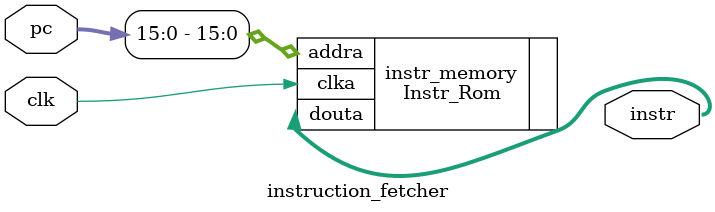
<source format=v>
`timescale 1ns / 1ps

module instruction_fetcher(
    input [31:0] pc,
    input clk,
    output [31:0] instr
    );
Instr_Rom instr_memory(
  .clka(clk), // input clka
  .addra(pc[15:0]), // input [15 : 0] addra
  .douta(instr) // output [31 : 0] douta
);

//always @(posedge clk)begin
//$display("instruciton fetcher : pc=%b, instr=%b",pc,instr);
//end
endmodule
</source>
